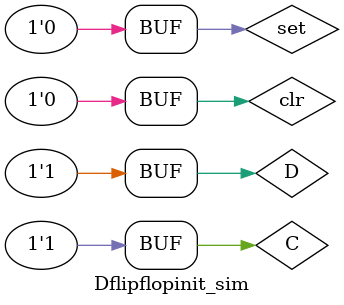
<source format=v>
`timescale 1ns / 1ps


module Dflipflopinit_sim;

	// Inputs
	reg D;
	reg C;
	reg set;
	reg clr;

	// Outputs
	wire Q;
	wire notQ;
	wire Y;
	wire notY;

	// Instantiate the Unit Under Test (UUT)
	Dflipflopinit uut (
		.D(D), 
		.C(C), 
		.Q(Q), 
		.notQ(notQ), 
		.set(set), 
		.clr(clr),
		.Y(Y),
		.notY(notY),
		.S_m(S),
	   .R_m(R)
	);

	initial begin
		// Initialize Inputs
		D = 0;
		C = 1;
		set = 0;
		clr = 0;

		// Wait 100 ns for global reset to finish
		#100;
        
		// Add stimulus here
		#10 set = 1;
		#10 set = 0;
		#10 C = 0;
		#10 clr = 1;
		#10 clr = 0;
		#10 D = 1;
		#10 C = 1;
		end
      
endmodule


</source>
